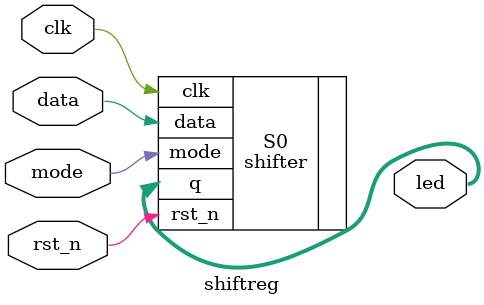
<source format=v>
`timescale 1ns / 1ps
`define BIT_WIDTH 8
module shiftreg(
	led, //LED output
	mode, //multiplexer
	data, //data input
	clk, //global clock
	rst_n //active low reset
    );
	 
output [`BIT_WIDTH-1:0] led; //LED output
input mode, data, clk, rst_n; //global clock & active low reset

wire clk_d; //divided clock

//freq_div F0(.clk_out(clk_d),.clk(clk),.rst_n(rst_n));
shifter S0(.q(led),.mode(mode),.data(data),.clk(clk),.rst_n(rst_n));

endmodule

</source>
